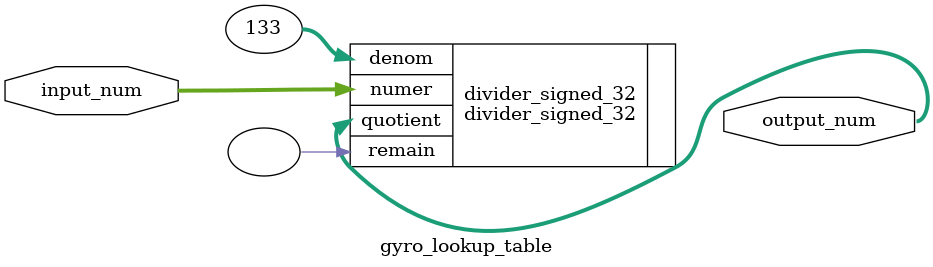
<source format=v>
module gyro_lookup_table(input_num,output_num);
input  [31:0] input_num;
output [31:0] output_num;


divider_signed_32 divider_signed_32(
	.denom(32'd133),
	.numer(input_num),
	.quotient(output_num),
	.remain());
endmodule

</source>
